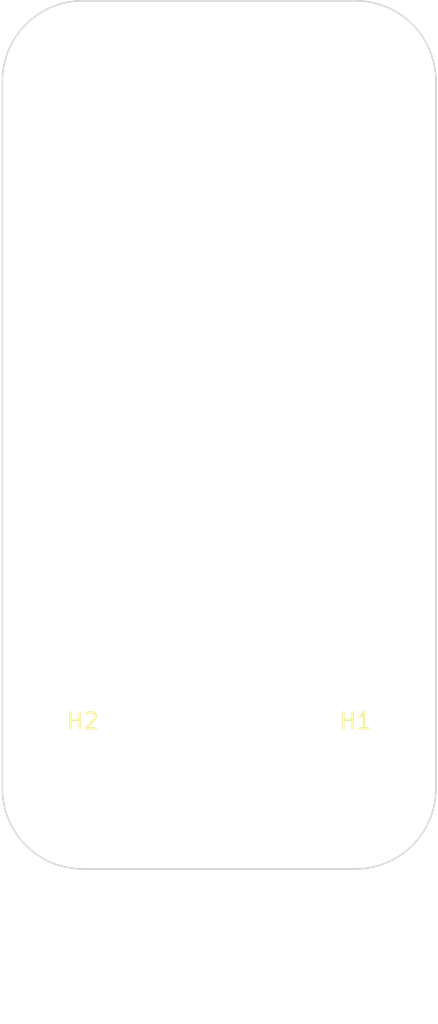
<source format=kicad_pcb>
(kicad_pcb (version 20221018) (generator pcbnew)
  (layers (0 "F.Cu" signal) (31 "B.Cu" signal) (34 "B.Paste" user) (35 "F.Paste" user) (36 "B.SilkS" user "B.Silkscreen") (37 "F.SilkS" user "F.Silkscreen") (38 "B.Mask" user) (39 "F.Mask" user) (44 "Edge.Cuts" user))
  (net 0 "")
  (footprint "MountingHole:MountingHole_3.2mm_M3" (layer "F.Cu") (at 113 80)
    (fp_text reference "H2" (at 0 -4.2) (layer "F.SilkS"))
    (fp_text value "MountingHole")
    (pad "" np_thru_hole circle (at 0 0) (size 3.2 3.2) (drill 3.2) (layers "*.Cu" "*.Mask"))
  )
  (footprint "MountingHole:MountingHole_3.2mm_M3" (layer "F.Cu") (at 130 80)
    (fp_text reference "H1" (at 0 -4.2) (layer "F.SilkS"))
    (fp_text value "MountingHole")
    (pad "" np_thru_hole circle (at 0 0) (size 3.2 3.2) (drill 3.2) (layers "*.Cu" "*.Mask"))
  )
  (gr_line (start 113 85) (end 130 85) (stroke (width 0.1)) (layer "Edge.Cuts"))
  (gr_arc (start 113 85) (mid 109.464466 83.535534) (end 108 80) (stroke (width 0.1)) (layer "Edge.Cuts"))
  (gr_line (start 108 36) (end 108 80) (stroke (width 0.1)) (layer "Edge.Cuts"))
  (gr_arc (start 130 31) (mid 133.535534 32.464466) (end 135 36) (stroke (width 0.1)) (layer "Edge.Cuts"))
  (gr_line (start 113 31) (end 130 31) (stroke (width 0.1)) (layer "Edge.Cuts"))
  (gr_arc (start 135 80) (mid 133.535534 83.535534) (end 130 85) (stroke (width 0.1)) (layer "Edge.Cuts"))
  (gr_line (start 135 80) (end 135 36) (stroke (width 0.1)) (layer "Edge.Cuts"))
  (gr_arc (start 108 36) (mid 109.464466 32.464466) (end 113 31) (stroke (width 0.1)) (layer "Edge.Cuts"))
)
</source>
